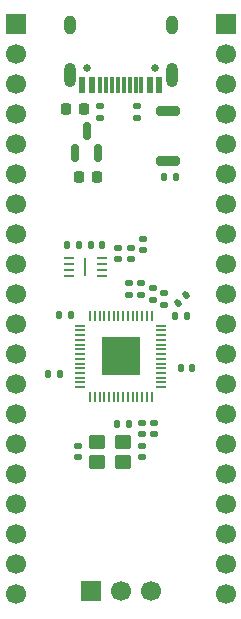
<source format=gbr>
%TF.GenerationSoftware,KiCad,Pcbnew,9.0.6*%
%TF.CreationDate,2025-12-19T19:37:15+11:00*%
%TF.ProjectId,Devboard,44657662-6f61-4726-942e-6b696361645f,rev?*%
%TF.SameCoordinates,Original*%
%TF.FileFunction,Soldermask,Top*%
%TF.FilePolarity,Negative*%
%FSLAX46Y46*%
G04 Gerber Fmt 4.6, Leading zero omitted, Abs format (unit mm)*
G04 Created by KiCad (PCBNEW 9.0.6) date 2025-12-19 19:37:15*
%MOMM*%
%LPD*%
G01*
G04 APERTURE LIST*
G04 Aperture macros list*
%AMRoundRect*
0 Rectangle with rounded corners*
0 $1 Rounding radius*
0 $2 $3 $4 $5 $6 $7 $8 $9 X,Y pos of 4 corners*
0 Add a 4 corners polygon primitive as box body*
4,1,4,$2,$3,$4,$5,$6,$7,$8,$9,$2,$3,0*
0 Add four circle primitives for the rounded corners*
1,1,$1+$1,$2,$3*
1,1,$1+$1,$4,$5*
1,1,$1+$1,$6,$7*
1,1,$1+$1,$8,$9*
0 Add four rect primitives between the rounded corners*
20,1,$1+$1,$2,$3,$4,$5,0*
20,1,$1+$1,$4,$5,$6,$7,0*
20,1,$1+$1,$6,$7,$8,$9,0*
20,1,$1+$1,$8,$9,$2,$3,0*%
G04 Aperture macros list end*
%ADD10RoundRect,0.200000X-0.800000X0.200000X-0.800000X-0.200000X0.800000X-0.200000X0.800000X0.200000X0*%
%ADD11RoundRect,0.150000X0.150000X-0.587500X0.150000X0.587500X-0.150000X0.587500X-0.150000X-0.587500X0*%
%ADD12RoundRect,0.140000X0.170000X-0.140000X0.170000X0.140000X-0.170000X0.140000X-0.170000X-0.140000X0*%
%ADD13RoundRect,0.140000X0.140000X0.170000X-0.140000X0.170000X-0.140000X-0.170000X0.140000X-0.170000X0*%
%ADD14RoundRect,0.140000X-0.140000X-0.170000X0.140000X-0.170000X0.140000X0.170000X-0.140000X0.170000X0*%
%ADD15C,0.650000*%
%ADD16R,0.600000X1.450000*%
%ADD17R,0.300000X1.450000*%
%ADD18O,1.000000X2.100000*%
%ADD19O,1.000000X1.600000*%
%ADD20RoundRect,0.050000X-0.387500X-0.050000X0.387500X-0.050000X0.387500X0.050000X-0.387500X0.050000X0*%
%ADD21RoundRect,0.050000X-0.050000X-0.387500X0.050000X-0.387500X0.050000X0.387500X-0.050000X0.387500X0*%
%ADD22R,3.200000X3.200000*%
%ADD23RoundRect,0.140000X0.021213X-0.219203X0.219203X-0.021213X-0.021213X0.219203X-0.219203X0.021213X0*%
%ADD24RoundRect,0.135000X-0.135000X-0.185000X0.135000X-0.185000X0.135000X0.185000X-0.135000X0.185000X0*%
%ADD25RoundRect,0.225000X0.225000X0.250000X-0.225000X0.250000X-0.225000X-0.250000X0.225000X-0.250000X0*%
%ADD26RoundRect,0.135000X0.135000X0.185000X-0.135000X0.185000X-0.135000X-0.185000X0.135000X-0.185000X0*%
%ADD27RoundRect,0.135000X0.185000X-0.135000X0.185000X0.135000X-0.185000X0.135000X-0.185000X-0.135000X0*%
%ADD28RoundRect,0.062500X-0.387500X-0.062500X0.387500X-0.062500X0.387500X0.062500X-0.387500X0.062500X0*%
%ADD29R,0.200000X1.600000*%
%ADD30RoundRect,0.140000X-0.170000X0.140000X-0.170000X-0.140000X0.170000X-0.140000X0.170000X0.140000X0*%
%ADD31RoundRect,0.250000X0.450000X0.350000X-0.450000X0.350000X-0.450000X-0.350000X0.450000X-0.350000X0*%
%ADD32R,1.700000X1.700000*%
%ADD33C,1.700000*%
G04 APERTURE END LIST*
D10*
%TO.C,SW1*%
X164500000Y-98750000D03*
X164500000Y-102950000D03*
%TD*%
D11*
%TO.C,U2*%
X156650000Y-102250000D03*
X158550000Y-102250000D03*
X157600000Y-100375000D03*
%TD*%
D12*
%TO.C,C6*%
X161350000Y-111280000D03*
X161350000Y-110320000D03*
%TD*%
D13*
%TO.C,C3*%
X155330000Y-120950000D03*
X154370000Y-120950000D03*
%TD*%
D14*
%TO.C,C8*%
X165120000Y-116100000D03*
X166080000Y-116100000D03*
%TD*%
%TO.C,C17*%
X157990000Y-110050000D03*
X158950000Y-110050000D03*
%TD*%
D15*
%TO.C,J1*%
X163390000Y-95100000D03*
X157610000Y-95100000D03*
D16*
X163750000Y-96545000D03*
X162950000Y-96545000D03*
D17*
X161750000Y-96545000D03*
X160750000Y-96545000D03*
X160250000Y-96545000D03*
X159250000Y-96545000D03*
D16*
X158050000Y-96545000D03*
X157250000Y-96545000D03*
X157250000Y-96545000D03*
X158050000Y-96545000D03*
D17*
X158750000Y-96545000D03*
X159750000Y-96545000D03*
X161250000Y-96545000D03*
X162250000Y-96545000D03*
D16*
X162950000Y-96545000D03*
X163750000Y-96545000D03*
D18*
X164820000Y-95630000D03*
D19*
X164820000Y-91450000D03*
D18*
X156180000Y-95630000D03*
D19*
X156180000Y-91450000D03*
%TD*%
D12*
%TO.C,C12*%
X160300000Y-111280000D03*
X160300000Y-110320000D03*
%TD*%
D20*
%TO.C,U1*%
X157062500Y-116900000D03*
X157062500Y-117300000D03*
X157062500Y-117700000D03*
X157062500Y-118100000D03*
X157062500Y-118500000D03*
X157062500Y-118900000D03*
X157062500Y-119300000D03*
X157062500Y-119700000D03*
X157062500Y-120100000D03*
X157062500Y-120500000D03*
X157062500Y-120900000D03*
X157062500Y-121300000D03*
X157062500Y-121700000D03*
X157062500Y-122100000D03*
D21*
X157900000Y-122937500D03*
X158300000Y-122937500D03*
X158700000Y-122937500D03*
X159100000Y-122937500D03*
X159500000Y-122937500D03*
X159900000Y-122937500D03*
X160300000Y-122937500D03*
X160700000Y-122937500D03*
X161100000Y-122937500D03*
X161500000Y-122937500D03*
X161900000Y-122937500D03*
X162300000Y-122937500D03*
X162700000Y-122937500D03*
X163100000Y-122937500D03*
D20*
X163937500Y-122100000D03*
X163937500Y-121700000D03*
X163937500Y-121300000D03*
X163937500Y-120900000D03*
X163937500Y-120500000D03*
X163937500Y-120100000D03*
X163937500Y-119700000D03*
X163937500Y-119300000D03*
X163937500Y-118900000D03*
X163937500Y-118500000D03*
X163937500Y-118100000D03*
X163937500Y-117700000D03*
X163937500Y-117300000D03*
X163937500Y-116900000D03*
D21*
X163100000Y-116062500D03*
X162700000Y-116062500D03*
X162300000Y-116062500D03*
X161900000Y-116062500D03*
X161500000Y-116062500D03*
X161100000Y-116062500D03*
X160700000Y-116062500D03*
X160300000Y-116062500D03*
X159900000Y-116062500D03*
X159500000Y-116062500D03*
X159100000Y-116062500D03*
X158700000Y-116062500D03*
X158300000Y-116062500D03*
X157900000Y-116062500D03*
D22*
X160500000Y-119500000D03*
%TD*%
D12*
%TO.C,C7*%
X162400000Y-110480000D03*
X162400000Y-109520000D03*
%TD*%
D23*
%TO.C,C1*%
X165310589Y-114939411D03*
X165989411Y-114260589D03*
%TD*%
D13*
%TO.C,C4*%
X156250000Y-116000000D03*
X155290000Y-116000000D03*
%TD*%
D24*
%TO.C,R6*%
X164190000Y-104300000D03*
X165210000Y-104300000D03*
%TD*%
D25*
%TO.C,C14*%
X158525000Y-104312500D03*
X156975000Y-104312500D03*
%TD*%
D12*
%TO.C,C11*%
X163200000Y-114700000D03*
X163200000Y-113740000D03*
%TD*%
D26*
%TO.C,R7*%
X157000000Y-110050000D03*
X155980000Y-110050000D03*
%TD*%
D27*
%TO.C,R2*%
X161900000Y-99320000D03*
X161900000Y-98300000D03*
%TD*%
%TO.C,R3*%
X161200000Y-114300000D03*
X161200000Y-113280000D03*
%TD*%
%TO.C,R1*%
X158700000Y-99310000D03*
X158700000Y-98290000D03*
%TD*%
D12*
%TO.C,C5*%
X164200000Y-115130000D03*
X164200000Y-114170000D03*
%TD*%
D27*
%TO.C,R4*%
X162200000Y-114300000D03*
X162200000Y-113280000D03*
%TD*%
D28*
%TO.C,U3*%
X156075000Y-111150000D03*
X156075000Y-111650000D03*
X156075000Y-112150000D03*
X156075000Y-112650000D03*
X158925000Y-112650000D03*
X158925000Y-112150000D03*
X158925000Y-111650000D03*
X158925000Y-111150000D03*
D29*
X157500000Y-111900000D03*
%TD*%
D30*
%TO.C,C10*%
X163350000Y-125132613D03*
X163350000Y-126092613D03*
%TD*%
D31*
%TO.C,Y1*%
X160710000Y-126712613D03*
X158510000Y-126712613D03*
X158510000Y-128412613D03*
X160710000Y-128412613D03*
%TD*%
D32*
%TO.C,J3*%
X169390000Y-91370000D03*
D33*
X169390000Y-93910000D03*
X169390000Y-96450000D03*
X169390000Y-98990000D03*
X169390000Y-101530000D03*
X169390000Y-104070000D03*
X169390000Y-106610000D03*
X169390000Y-109150000D03*
X169390000Y-111690000D03*
X169390000Y-114230000D03*
X169390000Y-116770000D03*
X169390000Y-119310000D03*
X169390000Y-121850000D03*
X169390000Y-124390000D03*
X169390000Y-126930000D03*
X169390000Y-129470000D03*
X169390000Y-132010000D03*
X169390000Y-134550000D03*
X169390000Y-137090000D03*
X169390000Y-139630000D03*
%TD*%
D14*
%TO.C,C9*%
X165570000Y-120500000D03*
X166530000Y-120500000D03*
%TD*%
D25*
%TO.C,C13*%
X157425000Y-98550000D03*
X155875000Y-98550000D03*
%TD*%
D12*
%TO.C,C15*%
X156910000Y-128042613D03*
X156910000Y-127082613D03*
%TD*%
D32*
%TO.C,J4*%
X157960000Y-139390000D03*
D33*
X160500000Y-139390000D03*
X163040000Y-139390000D03*
%TD*%
D30*
%TO.C,C2*%
X162300000Y-125132613D03*
X162300000Y-126092613D03*
%TD*%
D32*
%TO.C,J2*%
X151610000Y-91370000D03*
D33*
X151610000Y-93910000D03*
X151610000Y-96450000D03*
X151610000Y-98990000D03*
X151610000Y-101530000D03*
X151610000Y-104070000D03*
X151610000Y-106610000D03*
X151610000Y-109150000D03*
X151610000Y-111690000D03*
X151610000Y-114230000D03*
X151610000Y-116770000D03*
X151610000Y-119310000D03*
X151610000Y-121850000D03*
X151610000Y-124390000D03*
X151610000Y-126930000D03*
X151610000Y-129470000D03*
X151610000Y-132010000D03*
X151610000Y-134550000D03*
X151610000Y-137090000D03*
X151610000Y-139630000D03*
%TD*%
D24*
%TO.C,R5*%
X160150000Y-125212613D03*
X161170000Y-125212613D03*
%TD*%
D30*
%TO.C,C16*%
X162310000Y-127082613D03*
X162310000Y-128042613D03*
%TD*%
M02*

</source>
